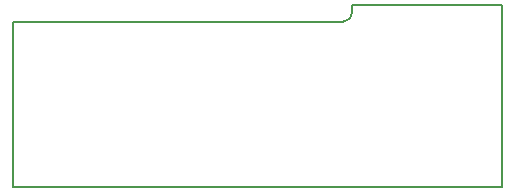
<source format=gm1>
G04 #@! TF.GenerationSoftware,KiCad,Pcbnew,(6.0.7)*
G04 #@! TF.CreationDate,2023-02-22T13:34:51-04:00*
G04 #@! TF.ProjectId,Twitch Switch,54776974-6368-4205-9377-697463682e6b,1.1*
G04 #@! TF.SameCoordinates,Original*
G04 #@! TF.FileFunction,Profile,NP*
%FSLAX46Y46*%
G04 Gerber Fmt 4.6, Leading zero omitted, Abs format (unit mm)*
G04 Created by KiCad (PCBNEW (6.0.7)) date 2023-02-22 13:34:51*
%MOMM*%
%LPD*%
G01*
G04 APERTURE LIST*
G04 #@! TA.AperFunction,Profile*
%ADD10C,0.152400*%
G04 #@! TD*
G04 APERTURE END LIST*
D10*
X168402000Y-115570000D02*
X127000000Y-115570000D01*
X155702000Y-100838000D02*
X155702000Y-100203000D01*
X168402000Y-100203000D02*
X168402000Y-115570000D01*
X127000000Y-115570000D02*
X127000000Y-101600000D01*
X127000000Y-101600000D02*
X154940000Y-101600000D01*
X155702000Y-100203000D02*
X168402000Y-100203000D01*
X154940000Y-101600000D02*
G75*
G03*
X155702000Y-100838000I0J762000D01*
G01*
M02*

</source>
